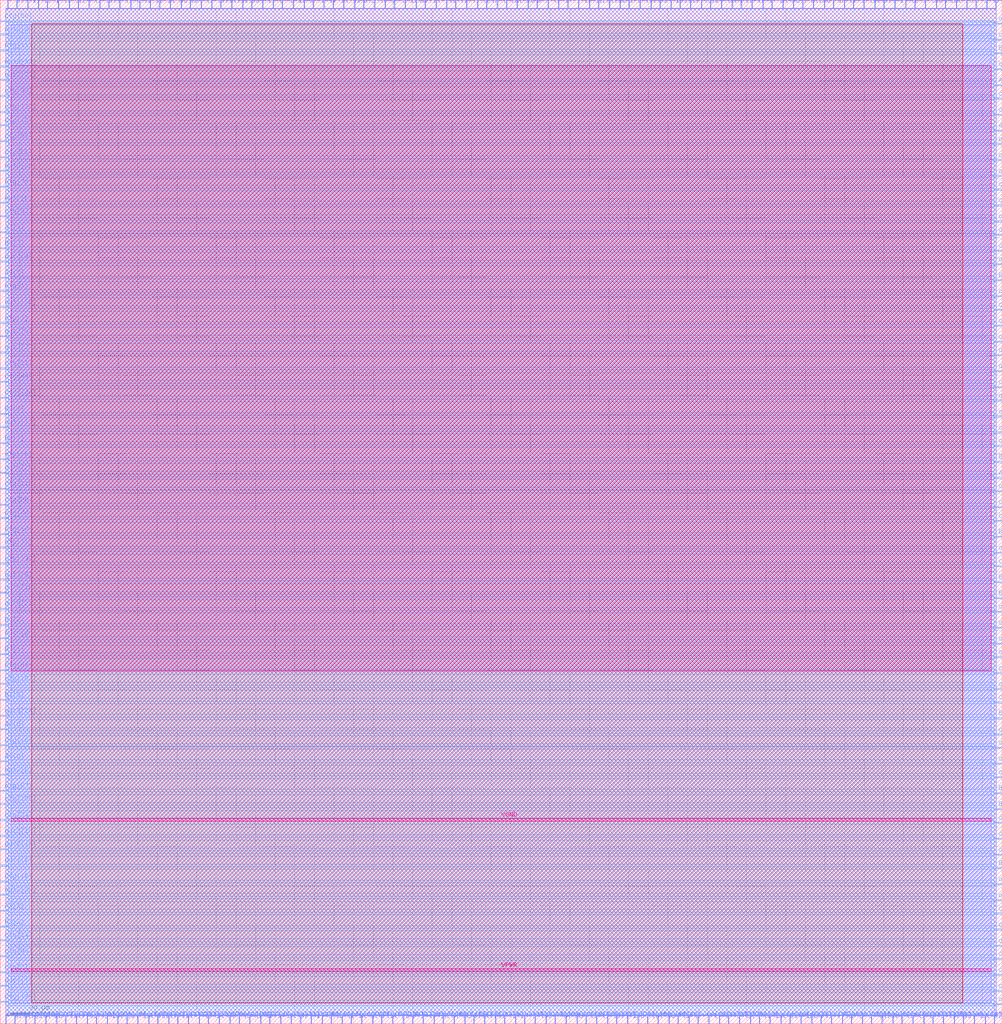
<source format=lef>
VERSION 5.7 ;
  NOWIREEXTENSIONATPIN ON ;
  DIVIDERCHAR "/" ;
  BUSBITCHARS "[]" ;
MACRO mac_cluster
  CLASS BLOCK ;
  FOREIGN mac_cluster ;
  ORIGIN 0.000 0.000 ;
  SIZE 510.265 BY 520.985 ;
  PIN A0[0]
    DIRECTION INPUT ;
    PORT
      LAYER met2 ;
        RECT 256.770 0.000 257.050 4.000 ;
    END
  END A0[0]
  PIN A0[1]
    DIRECTION INPUT ;
    PORT
      LAYER met2 ;
        RECT 190.530 516.985 190.810 520.985 ;
    END
  END A0[1]
  PIN A0[2]
    DIRECTION INPUT ;
    PORT
      LAYER met2 ;
        RECT 386.490 0.000 386.770 4.000 ;
    END
  END A0[2]
  PIN A0[3]
    DIRECTION INPUT ;
    PORT
      LAYER met3 ;
        RECT 506.265 277.480 510.265 278.080 ;
    END
  END A0[3]
  PIN A0[4]
    DIRECTION INPUT ;
    PORT
      LAYER met2 ;
        RECT 490.450 0.000 490.730 4.000 ;
    END
  END A0[4]
  PIN A0[5]
    DIRECTION INPUT ;
    PORT
      LAYER met2 ;
        RECT 429.730 516.985 430.010 520.985 ;
    END
  END A0[5]
  PIN A0[6]
    DIRECTION INPUT ;
    PORT
      LAYER met2 ;
        RECT 206.170 516.985 206.450 520.985 ;
    END
  END A0[6]
  PIN A0[7]
    DIRECTION INPUT ;
    PORT
      LAYER met2 ;
        RECT 189.610 0.000 189.890 4.000 ;
    END
  END A0[7]
  PIN A1[0]
    DIRECTION INPUT ;
    PORT
      LAYER met2 ;
        RECT 180.410 516.985 180.690 520.985 ;
    END
  END A1[0]
  PIN A1[1]
    DIRECTION INPUT ;
    PORT
      LAYER met3 ;
        RECT 506.265 477.400 510.265 478.000 ;
    END
  END A1[1]
  PIN A1[2]
    DIRECTION INPUT ;
    PORT
      LAYER met2 ;
        RECT 268.730 516.985 269.010 520.985 ;
    END
  END A1[2]
  PIN A1[3]
    DIRECTION INPUT ;
    PORT
      LAYER met2 ;
        RECT 294.490 516.985 294.770 520.985 ;
    END
  END A1[3]
  PIN A1[4]
    DIRECTION INPUT ;
    PORT
      LAYER met2 ;
        RECT 64.490 0.000 64.770 4.000 ;
    END
  END A1[4]
  PIN A1[5]
    DIRECTION INPUT ;
    PORT
      LAYER met2 ;
        RECT 19.410 516.985 19.690 520.985 ;
    END
  END A1[5]
  PIN A1[6]
    DIRECTION INPUT ;
    PORT
      LAYER met2 ;
        RECT 173.970 0.000 174.250 4.000 ;
    END
  END A1[6]
  PIN A1[7]
    DIRECTION INPUT ;
    PORT
      LAYER met2 ;
        RECT 278.850 516.985 279.130 520.985 ;
    END
  END A1[7]
  PIN A2[0]
    DIRECTION INPUT ;
    PORT
      LAYER met2 ;
        RECT 461.010 516.985 461.290 520.985 ;
    END
  END A2[0]
  PIN A2[1]
    DIRECTION INPUT ;
    PORT
      LAYER met2 ;
        RECT 246.650 0.000 246.930 4.000 ;
    END
  END A2[1]
  PIN A2[2]
    DIRECTION INPUT ;
    PORT
      LAYER met2 ;
        RECT 101.290 0.000 101.570 4.000 ;
    END
  END A2[2]
  PIN A2[3]
    DIRECTION INPUT ;
    PORT
      LAYER met2 ;
        RECT 132.570 0.000 132.850 4.000 ;
    END
  END A2[3]
  PIN A2[4]
    DIRECTION INPUT ;
    PORT
      LAYER met3 ;
        RECT 0.000 402.600 4.000 403.200 ;
    END
  END A2[4]
  PIN A2[5]
    DIRECTION INPUT ;
    PORT
      LAYER met2 ;
        RECT 205.250 0.000 205.530 4.000 ;
    END
  END A2[5]
  PIN A2[6]
    DIRECTION INPUT ;
    PORT
      LAYER met3 ;
        RECT 0.000 149.640 4.000 150.240 ;
    END
  END A2[6]
  PIN A2[7]
    DIRECTION INPUT ;
    PORT
      LAYER met3 ;
        RECT 506.265 454.280 510.265 454.880 ;
    END
  END A2[7]
  PIN A3[0]
    DIRECTION INPUT ;
    PORT
      LAYER met2 ;
        RECT 242.970 516.985 243.250 520.985 ;
    END
  END A3[0]
  PIN A3[1]
    DIRECTION INPUT ;
    PORT
      LAYER met3 ;
        RECT 0.000 57.160 4.000 57.760 ;
    END
  END A3[1]
  PIN A3[2]
    DIRECTION INPUT ;
    PORT
      LAYER met2 ;
        RECT 476.650 516.985 476.930 520.985 ;
    END
  END A3[2]
  PIN A3[3]
    DIRECTION INPUT ;
    PORT
      LAYER met2 ;
        RECT 211.690 516.985 211.970 520.985 ;
    END
  END A3[3]
  PIN A3[4]
    DIRECTION INPUT ;
    PORT
      LAYER met2 ;
        RECT 428.810 0.000 429.090 4.000 ;
    END
  END A3[4]
  PIN A3[5]
    DIRECTION INPUT ;
    PORT
      LAYER met3 ;
        RECT 0.000 379.480 4.000 380.080 ;
    END
  END A3[5]
  PIN A3[6]
    DIRECTION INPUT ;
    PORT
      LAYER met3 ;
        RECT 0.000 133.320 4.000 133.920 ;
    END
  END A3[6]
  PIN A3[7]
    DIRECTION INPUT ;
    PORT
      LAYER met2 ;
        RECT 70.930 516.985 71.210 520.985 ;
    END
  END A3[7]
  PIN B0[0]
    DIRECTION INPUT ;
    PORT
      LAYER met2 ;
        RECT 345.090 0.000 345.370 4.000 ;
    END
  END B0[0]
  PIN B0[1]
    DIRECTION INPUT ;
    PORT
      LAYER met2 ;
        RECT 137.170 0.000 137.450 4.000 ;
    END
  END B0[1]
  PIN B0[2]
    DIRECTION INPUT ;
    PORT
      LAYER met3 ;
        RECT 0.000 202.680 4.000 203.280 ;
    END
  END B0[2]
  PIN B0[3]
    DIRECTION INPUT ;
    PORT
      LAYER met3 ;
        RECT 0.000 394.440 4.000 395.040 ;
    END
  END B0[3]
  PIN B0[4]
    DIRECTION INPUT ;
    PORT
      LAYER met3 ;
        RECT 506.265 224.440 510.265 225.040 ;
    END
  END B0[4]
  PIN B0[5]
    DIRECTION INPUT ;
    PORT
      LAYER met2 ;
        RECT 231.930 516.985 232.210 520.985 ;
    END
  END B0[5]
  PIN B0[6]
    DIRECTION INPUT ;
    PORT
      LAYER met2 ;
        RECT 76.450 516.985 76.730 520.985 ;
    END
  END B0[6]
  PIN B0[7]
    DIRECTION INPUT ;
    PORT
      LAYER met3 ;
        RECT 0.000 295.160 4.000 295.760 ;
    END
  END B0[7]
  PIN B1[0]
    DIRECTION INPUT ;
    PORT
      LAYER met2 ;
        RECT 149.130 516.985 149.410 520.985 ;
    END
  END B1[0]
  PIN B1[1]
    DIRECTION INPUT ;
    PORT
      LAYER met3 ;
        RECT 506.265 378.120 510.265 378.720 ;
    END
  END B1[1]
  PIN B1[2]
    DIRECTION INPUT ;
    PORT
      LAYER met3 ;
        RECT 506.265 155.080 510.265 155.680 ;
    END
  END B1[2]
  PIN B1[3]
    DIRECTION INPUT ;
    PORT
      LAYER met2 ;
        RECT 168.450 0.000 168.730 4.000 ;
    END
  END B1[3]
  PIN B1[4]
    DIRECTION INPUT ;
    PORT
      LAYER met2 ;
        RECT 382.810 516.985 383.090 520.985 ;
    END
  END B1[4]
  PIN B1[5]
    DIRECTION INPUT ;
    PORT
      LAYER met3 ;
        RECT 0.000 164.600 4.000 165.200 ;
    END
  END B1[5]
  PIN B1[6]
    DIRECTION INPUT ;
    PORT
      LAYER met2 ;
        RECT 159.250 516.985 159.530 520.985 ;
    END
  END B1[6]
  PIN B1[7]
    DIRECTION INPUT ;
    PORT
      LAYER met3 ;
        RECT 506.265 247.560 510.265 248.160 ;
    END
  END B1[7]
  PIN B2[0]
    DIRECTION INPUT ;
    PORT
      LAYER met2 ;
        RECT 127.050 0.000 127.330 4.000 ;
    END
  END B2[0]
  PIN B2[1]
    DIRECTION INPUT ;
    PORT
      LAYER met2 ;
        RECT 413.170 0.000 413.450 4.000 ;
    END
  END B2[1]
  PIN B2[2]
    DIRECTION INPUT ;
    PORT
      LAYER met3 ;
        RECT 0.000 310.120 4.000 310.720 ;
    END
  END B2[2]
  PIN B2[3]
    DIRECTION INPUT ;
    PORT
      LAYER met3 ;
        RECT 506.265 117.000 510.265 117.600 ;
    END
  END B2[3]
  PIN B2[4]
    DIRECTION INPUT ;
    PORT
      LAYER met2 ;
        RECT 164.770 516.985 165.050 520.985 ;
    END
  END B2[4]
  PIN B2[5]
    DIRECTION INPUT ;
    PORT
      LAYER met2 ;
        RECT 24.010 516.985 24.290 520.985 ;
    END
  END B2[5]
  PIN B2[6]
    DIRECTION INPUT ;
    PORT
      LAYER met2 ;
        RECT 215.370 0.000 215.650 4.000 ;
    END
  END B2[6]
  PIN B2[7]
    DIRECTION INPUT ;
    PORT
      LAYER met3 ;
        RECT 506.265 285.640 510.265 286.240 ;
    END
  END B2[7]
  PIN B3[0]
    DIRECTION INPUT ;
    PORT
      LAYER met3 ;
        RECT 506.265 78.920 510.265 79.520 ;
    END
  END B3[0]
  PIN B3[1]
    DIRECTION INPUT ;
    PORT
      LAYER met3 ;
        RECT 0.000 187.720 4.000 188.320 ;
    END
  END B3[1]
  PIN B3[2]
    DIRECTION INPUT ;
    PORT
      LAYER met3 ;
        RECT 0.000 49.000 4.000 49.600 ;
    END
  END B3[2]
  PIN B3[3]
    DIRECTION INPUT ;
    PORT
      LAYER met3 ;
        RECT 506.265 493.720 510.265 494.320 ;
    END
  END B3[3]
  PIN B3[4]
    DIRECTION INPUT ;
    PORT
      LAYER met3 ;
        RECT 506.265 216.280 510.265 216.880 ;
    END
  END B3[4]
  PIN B3[5]
    DIRECTION INPUT ;
    PORT
      LAYER met2 ;
        RECT 29.530 516.985 29.810 520.985 ;
    END
  END B3[5]
  PIN B3[6]
    DIRECTION INPUT ;
    PORT
      LAYER met2 ;
        RECT 506.090 0.000 506.370 4.000 ;
    END
  END B3[6]
  PIN B3[7]
    DIRECTION INPUT ;
    PORT
      LAYER met3 ;
        RECT 506.265 108.840 510.265 109.440 ;
    END
  END B3[7]
  PIN cfg[0]
    DIRECTION INPUT ;
    PORT
      LAYER met2 ;
        RECT 263.210 516.985 263.490 520.985 ;
    END
  END cfg[0]
  PIN cfg[100]
    DIRECTION INPUT ;
    PORT
      LAYER met2 ;
        RECT 142.690 0.000 142.970 4.000 ;
    END
  END cfg[100]
  PIN cfg[101]
    DIRECTION INPUT ;
    PORT
      LAYER met2 ;
        RECT 495.970 0.000 496.250 4.000 ;
    END
  END cfg[101]
  PIN cfg[102]
    DIRECTION INPUT ;
    PORT
      LAYER met2 ;
        RECT 272.410 0.000 272.690 4.000 ;
    END
  END cfg[102]
  PIN cfg[103]
    DIRECTION INPUT ;
    PORT
      LAYER met2 ;
        RECT 50.690 516.985 50.970 520.985 ;
    END
  END cfg[103]
  PIN cfg[104]
    DIRECTION INPUT ;
    PORT
      LAYER met3 ;
        RECT 0.000 318.280 4.000 318.880 ;
    END
  END cfg[104]
  PIN cfg[105]
    DIRECTION INPUT ;
    PORT
      LAYER met3 ;
        RECT 0.000 111.560 4.000 112.160 ;
    END
  END cfg[105]
  PIN cfg[106]
    DIRECTION INPUT ;
    PORT
      LAYER met3 ;
        RECT 506.265 439.320 510.265 439.920 ;
    END
  END cfg[106]
  PIN cfg[107]
    DIRECTION INPUT ;
    PORT
      LAYER met3 ;
        RECT 0.000 172.760 4.000 173.360 ;
    END
  END cfg[107]
  PIN cfg[108]
    DIRECTION INPUT ;
    PORT
      LAYER met2 ;
        RECT 443.530 0.000 443.810 4.000 ;
    END
  END cfg[108]
  PIN cfg[109]
    DIRECTION INPUT ;
    PORT
      LAYER met2 ;
        RECT 112.330 516.985 112.610 520.985 ;
    END
  END cfg[109]
  PIN cfg[10]
    DIRECTION INPUT ;
    PORT
      LAYER met2 ;
        RECT 184.090 0.000 184.370 4.000 ;
    END
  END cfg[10]
  PIN cfg[110]
    DIRECTION INPUT ;
    PORT
      LAYER met3 ;
        RECT 0.000 463.800 4.000 464.400 ;
    END
  END cfg[110]
  PIN cfg[111]
    DIRECTION INPUT ;
    PORT
      LAYER met3 ;
        RECT 0.000 495.080 4.000 495.680 ;
    END
  END cfg[111]
  PIN cfg[112]
    DIRECTION INPUT ;
    PORT
      LAYER met2 ;
        RECT 231.010 0.000 231.290 4.000 ;
    END
  END cfg[112]
  PIN cfg[113]
    DIRECTION INPUT ;
    PORT
      LAYER met3 ;
        RECT 506.265 209.480 510.265 210.080 ;
    END
  END cfg[113]
  PIN cfg[114]
    DIRECTION INPUT ;
    PORT
      LAYER met3 ;
        RECT 506.265 255.720 510.265 256.320 ;
    END
  END cfg[114]
  PIN cfg[115]
    DIRECTION INPUT ;
    PORT
      LAYER met2 ;
        RECT 92.090 516.985 92.370 520.985 ;
    END
  END cfg[115]
  PIN cfg[116]
    DIRECTION INPUT ;
    PORT
      LAYER met3 ;
        RECT 0.000 272.040 4.000 272.640 ;
    END
  END cfg[116]
  PIN cfg[117]
    DIRECTION INPUT ;
    PORT
      LAYER met2 ;
        RECT 439.850 516.985 440.130 520.985 ;
    END
  END cfg[117]
  PIN cfg[118]
    DIRECTION INPUT ;
    PORT
      LAYER met2 ;
        RECT 12.970 0.000 13.250 4.000 ;
    END
  END cfg[118]
  PIN cfg[119]
    DIRECTION INPUT ;
    PORT
      LAYER met2 ;
        RECT 90.250 0.000 90.530 4.000 ;
    END
  END cfg[119]
  PIN cfg[11]
    DIRECTION INPUT ;
    PORT
      LAYER met3 ;
        RECT 0.000 333.240 4.000 333.840 ;
    END
  END cfg[11]
  PIN cfg[120]
    DIRECTION INPUT ;
    PORT
      LAYER met2 ;
        RECT 123.370 516.985 123.650 520.985 ;
    END
  END cfg[120]
  PIN cfg[121]
    DIRECTION INPUT ;
    PORT
      LAYER met3 ;
        RECT 506.265 24.520 510.265 25.120 ;
    END
  END cfg[121]
  PIN cfg[122]
    DIRECTION INPUT ;
    PORT
      LAYER met2 ;
        RECT 105.890 0.000 106.170 4.000 ;
    END
  END cfg[122]
  PIN cfg[123]
    DIRECTION INPUT ;
    PORT
      LAYER met2 ;
        RECT 220.890 0.000 221.170 4.000 ;
    END
  END cfg[123]
  PIN cfg[124]
    DIRECTION INPUT ;
    PORT
      LAYER met3 ;
        RECT 506.265 369.960 510.265 370.560 ;
    END
  END cfg[124]
  PIN cfg[125]
    DIRECTION INPUT ;
    PORT
      LAYER met2 ;
        RECT 35.050 516.985 35.330 520.985 ;
    END
  END cfg[125]
  PIN cfg[126]
    DIRECTION INPUT ;
    PORT
      LAYER met3 ;
        RECT 506.265 262.520 510.265 263.120 ;
    END
  END cfg[126]
  PIN cfg[127]
    DIRECTION INPUT ;
    PORT
      LAYER met2 ;
        RECT 178.570 0.000 178.850 4.000 ;
    END
  END cfg[127]
  PIN cfg[128]
    DIRECTION INPUT ;
    PORT
      LAYER met3 ;
        RECT 0.000 10.920 4.000 11.520 ;
    END
  END cfg[128]
  PIN cfg[129]
    DIRECTION INPUT ;
    PORT
      LAYER met2 ;
        RECT 199.730 0.000 200.010 4.000 ;
    END
  END cfg[129]
  PIN cfg[12]
    DIRECTION INPUT ;
    PORT
      LAYER met3 ;
        RECT 0.000 72.120 4.000 72.720 ;
    END
  END cfg[12]
  PIN cfg[130]
    DIRECTION INPUT ;
    PORT
      LAYER met3 ;
        RECT 0.000 233.960 4.000 234.560 ;
    END
  END cfg[130]
  PIN cfg[131]
    DIRECTION INPUT ;
    PORT
      LAYER met2 ;
        RECT 357.050 516.985 357.330 520.985 ;
    END
  END cfg[131]
  PIN cfg[13]
    DIRECTION INPUT ;
    PORT
      LAYER met2 ;
        RECT 331.290 516.985 331.570 520.985 ;
    END
  END cfg[13]
  PIN cfg[14]
    DIRECTION INPUT ;
    PORT
      LAYER met3 ;
        RECT 0.000 42.200 4.000 42.800 ;
    END
  END cfg[14]
  PIN cfg[15]
    DIRECTION INPUT ;
    PORT
      LAYER met3 ;
        RECT 0.000 457.000 4.000 457.600 ;
    END
  END cfg[15]
  PIN cfg[16]
    DIRECTION INPUT ;
    PORT
      LAYER met3 ;
        RECT 0.000 141.480 4.000 142.080 ;
    END
  END cfg[16]
  PIN cfg[17]
    DIRECTION INPUT ;
    PORT
      LAYER met2 ;
        RECT 300.010 516.985 300.290 520.985 ;
    END
  END cfg[17]
  PIN cfg[18]
    DIRECTION INPUT ;
    PORT
      LAYER met3 ;
        RECT 506.265 363.160 510.265 363.760 ;
    END
  END cfg[18]
  PIN cfg[19]
    DIRECTION INPUT ;
    PORT
      LAYER met3 ;
        RECT 0.000 248.920 4.000 249.520 ;
    END
  END cfg[19]
  PIN cfg[1]
    DIRECTION INPUT ;
    PORT
      LAYER met3 ;
        RECT 0.000 372.680 4.000 373.280 ;
    END
  END cfg[1]
  PIN cfg[20]
    DIRECTION INPUT ;
    PORT
      LAYER met2 ;
        RECT 216.290 516.985 216.570 520.985 ;
    END
  END cfg[20]
  PIN cfg[21]
    DIRECTION INPUT ;
    PORT
      LAYER met3 ;
        RECT 506.265 93.880 510.265 94.480 ;
    END
  END cfg[21]
  PIN cfg[22]
    DIRECTION INPUT ;
    PORT
      LAYER met3 ;
        RECT 506.265 178.200 510.265 178.800 ;
    END
  END cfg[22]
  PIN cfg[23]
    DIRECTION INPUT ;
    PORT
      LAYER met2 ;
        RECT 236.530 0.000 236.810 4.000 ;
    END
  END cfg[23]
  PIN cfg[24]
    DIRECTION INPUT ;
    PORT
      LAYER met3 ;
        RECT 506.265 16.360 510.265 16.960 ;
    END
  END cfg[24]
  PIN cfg[25]
    DIRECTION INPUT ;
    PORT
      LAYER met2 ;
        RECT 501.490 0.000 501.770 4.000 ;
    END
  END cfg[25]
  PIN cfg[26]
    DIRECTION INPUT ;
    PORT
      LAYER met2 ;
        RECT 449.050 0.000 449.330 4.000 ;
    END
  END cfg[26]
  PIN cfg[27]
    DIRECTION INPUT ;
    PORT
      LAYER met2 ;
        RECT 346.010 516.985 346.290 520.985 ;
    END
  END cfg[27]
  PIN cfg[28]
    DIRECTION INPUT ;
    PORT
      LAYER met2 ;
        RECT 445.370 516.985 445.650 520.985 ;
    END
  END cfg[28]
  PIN cfg[29]
    DIRECTION INPUT ;
    PORT
      LAYER met2 ;
        RECT 7.450 0.000 7.730 4.000 ;
    END
  END cfg[29]
  PIN cfg[2]
    DIRECTION INPUT ;
    PORT
      LAYER met3 ;
        RECT 0.000 25.880 4.000 26.480 ;
    END
  END cfg[2]
  PIN cfg[30]
    DIRECTION INPUT ;
    PORT
      LAYER met2 ;
        RECT 397.530 0.000 397.810 4.000 ;
    END
  END cfg[30]
  PIN cfg[31]
    DIRECTION INPUT ;
    PORT
      LAYER met3 ;
        RECT 506.265 323.720 510.265 324.320 ;
    END
  END cfg[31]
  PIN cfg[32]
    DIRECTION INPUT ;
    PORT
      LAYER met2 ;
        RECT 481.250 516.985 481.530 520.985 ;
    END
  END cfg[32]
  PIN cfg[33]
    DIRECTION INPUT ;
    PORT
      LAYER met2 ;
        RECT 257.690 516.985 257.970 520.985 ;
    END
  END cfg[33]
  PIN cfg[34]
    DIRECTION INPUT ;
    PORT
      LAYER met3 ;
        RECT 0.000 103.400 4.000 104.000 ;
    END
  END cfg[34]
  PIN cfg[35]
    DIRECTION INPUT ;
    PORT
      LAYER met2 ;
        RECT 376.370 0.000 376.650 4.000 ;
    END
  END cfg[35]
  PIN cfg[36]
    DIRECTION INPUT ;
    PORT
      LAYER met2 ;
        RECT 334.970 0.000 335.250 4.000 ;
    END
  END cfg[36]
  PIN cfg[37]
    DIRECTION INPUT ;
    PORT
      LAYER met2 ;
        RECT 17.570 0.000 17.850 4.000 ;
    END
  END cfg[37]
  PIN cfg[38]
    DIRECTION INPUT ;
    PORT
      LAYER met3 ;
        RECT 506.265 55.800 510.265 56.400 ;
    END
  END cfg[38]
  PIN cfg[39]
    DIRECTION INPUT ;
    PORT
      LAYER met3 ;
        RECT 506.265 393.080 510.265 393.680 ;
    END
  END cfg[39]
  PIN cfg[3]
    DIRECTION INPUT ;
    PORT
      LAYER met3 ;
        RECT 506.265 470.600 510.265 471.200 ;
    END
  END cfg[3]
  PIN cfg[40]
    DIRECTION INPUT ;
    PORT
      LAYER met2 ;
        RECT 485.850 0.000 486.130 4.000 ;
    END
  END cfg[40]
  PIN cfg[41]
    DIRECTION INPUT ;
    PORT
      LAYER met2 ;
        RECT 86.570 516.985 86.850 520.985 ;
    END
  END cfg[41]
  PIN cfg[42]
    DIRECTION INPUT ;
    PORT
      LAYER met2 ;
        RECT 148.210 0.000 148.490 4.000 ;
    END
  END cfg[42]
  PIN cfg[43]
    DIRECTION INPUT ;
    PORT
      LAYER met2 ;
        RECT 309.210 0.000 309.490 4.000 ;
    END
  END cfg[43]
  PIN cfg[44]
    DIRECTION INPUT ;
    PORT
      LAYER met3 ;
        RECT 506.265 131.960 510.265 132.560 ;
    END
  END cfg[44]
  PIN cfg[45]
    DIRECTION INPUT ;
    PORT
      LAYER met2 ;
        RECT 59.890 0.000 60.170 4.000 ;
    END
  END cfg[45]
  PIN cfg[46]
    DIRECTION INPUT ;
    PORT
      LAYER met3 ;
        RECT 506.265 416.200 510.265 416.800 ;
    END
  END cfg[46]
  PIN cfg[47]
    DIRECTION INPUT ;
    PORT
      LAYER met2 ;
        RECT 408.570 516.985 408.850 520.985 ;
    END
  END cfg[47]
  PIN cfg[48]
    DIRECTION INPUT ;
    PORT
      LAYER met3 ;
        RECT 0.000 326.440 4.000 327.040 ;
    END
  END cfg[48]
  PIN cfg[49]
    DIRECTION INPUT ;
    PORT
      LAYER met2 ;
        RECT 81.050 516.985 81.330 520.985 ;
    END
  END cfg[49]
  PIN cfg[4]
    DIRECTION INPUT ;
    PORT
      LAYER met2 ;
        RECT 174.890 516.985 175.170 520.985 ;
    END
  END cfg[4]
  PIN cfg[50]
    DIRECTION INPUT ;
    PORT
      LAYER met3 ;
        RECT 0.000 510.040 4.000 510.640 ;
    END
  END cfg[50]
  PIN cfg[51]
    DIRECTION INPUT ;
    PORT
      LAYER met2 ;
        RECT 471.130 516.985 471.410 520.985 ;
    END
  END cfg[51]
  PIN cfg[52]
    DIRECTION INPUT ;
    PORT
      LAYER met3 ;
        RECT 0.000 410.760 4.000 411.360 ;
    END
  END cfg[52]
  PIN cfg[53]
    DIRECTION INPUT ;
    PORT
      LAYER met2 ;
        RECT 392.010 0.000 392.290 4.000 ;
    END
  END cfg[53]
  PIN cfg[54]
    DIRECTION INPUT ;
    PORT
      LAYER met3 ;
        RECT 0.000 179.560 4.000 180.160 ;
    END
  END cfg[54]
  PIN cfg[55]
    DIRECTION INPUT ;
    PORT
      LAYER met2 ;
        RECT 241.130 0.000 241.410 4.000 ;
    END
  END cfg[55]
  PIN cfg[56]
    DIRECTION INPUT ;
    PORT
      LAYER met2 ;
        RECT 225.490 0.000 225.770 4.000 ;
    END
  END cfg[56]
  PIN cfg[57]
    DIRECTION INPUT ;
    PORT
      LAYER met2 ;
        RECT 407.650 0.000 407.930 4.000 ;
    END
  END cfg[57]
  PIN cfg[58]
    DIRECTION INPUT ;
    PORT
      LAYER met2 ;
        RECT 392.930 516.985 393.210 520.985 ;
    END
  END cfg[58]
  PIN cfg[59]
    DIRECTION INPUT ;
    PORT
      LAYER met2 ;
        RECT 70.010 0.000 70.290 4.000 ;
    END
  END cfg[59]
  PIN cfg[5]
    DIRECTION INPUT ;
    PORT
      LAYER met2 ;
        RECT 398.450 516.985 398.730 520.985 ;
    END
  END cfg[5]
  PIN cfg[60]
    DIRECTION INPUT ;
    PORT
      LAYER met3 ;
        RECT 506.265 500.520 510.265 501.120 ;
    END
  END cfg[60]
  PIN cfg[61]
    DIRECTION INPUT ;
    PORT
      LAYER met3 ;
        RECT 506.265 300.600 510.265 301.200 ;
    END
  END cfg[61]
  PIN cfg[62]
    DIRECTION INPUT ;
    PORT
      LAYER met2 ;
        RECT 304.610 516.985 304.890 520.985 ;
    END
  END cfg[62]
  PIN cfg[63]
    DIRECTION INPUT ;
    PORT
      LAYER met3 ;
        RECT 506.265 146.920 510.265 147.520 ;
    END
  END cfg[63]
  PIN cfg[64]
    DIRECTION INPUT ;
    PORT
      LAYER met2 ;
        RECT 80.130 0.000 80.410 4.000 ;
    END
  END cfg[64]
  PIN cfg[65]
    DIRECTION INPUT ;
    PORT
      LAYER met3 ;
        RECT 0.000 263.880 4.000 264.480 ;
    END
  END cfg[65]
  PIN cfg[66]
    DIRECTION INPUT ;
    PORT
      LAYER met2 ;
        RECT 107.730 516.985 108.010 520.985 ;
    END
  END cfg[66]
  PIN cfg[67]
    DIRECTION INPUT ;
    PORT
      LAYER met2 ;
        RECT 3.770 516.985 4.050 520.985 ;
    END
  END cfg[67]
  PIN cfg[68]
    DIRECTION INPUT ;
    PORT
      LAYER met2 ;
        RECT 480.330 0.000 480.610 4.000 ;
    END
  END cfg[68]
  PIN cfg[69]
    DIRECTION INPUT ;
    PORT
      LAYER met2 ;
        RECT 329.450 0.000 329.730 4.000 ;
    END
  END cfg[69]
  PIN cfg[6]
    DIRECTION INPUT ;
    PORT
      LAYER met2 ;
        RECT 310.130 516.985 310.410 520.985 ;
    END
  END cfg[6]
  PIN cfg[70]
    DIRECTION INPUT ;
    PORT
      LAYER met2 ;
        RECT 23.090 0.000 23.370 4.000 ;
    END
  END cfg[70]
  PIN cfg[71]
    DIRECTION INPUT ;
    PORT
      LAYER met3 ;
        RECT 506.265 163.240 510.265 163.840 ;
    END
  END cfg[71]
  PIN cfg[72]
    DIRECTION INPUT ;
    PORT
      LAYER met2 ;
        RECT 282.530 0.000 282.810 4.000 ;
    END
  END cfg[72]
  PIN cfg[73]
    DIRECTION INPUT ;
    PORT
      LAYER met3 ;
        RECT 0.000 242.120 4.000 242.720 ;
    END
  END cfg[73]
  PIN cfg[74]
    DIRECTION INPUT ;
    PORT
      LAYER met2 ;
        RECT 169.370 516.985 169.650 520.985 ;
    END
  END cfg[74]
  PIN cfg[75]
    DIRECTION INPUT ;
    PORT
      LAYER met2 ;
        RECT 319.330 0.000 319.610 4.000 ;
    END
  END cfg[75]
  PIN cfg[76]
    DIRECTION INPUT ;
    PORT
      LAYER met3 ;
        RECT 0.000 425.720 4.000 426.320 ;
    END
  END cfg[76]
  PIN cfg[77]
    DIRECTION INPUT ;
    PORT
      LAYER met2 ;
        RECT 194.210 0.000 194.490 4.000 ;
    END
  END cfg[77]
  PIN cfg[78]
    DIRECTION INPUT ;
    PORT
      LAYER met3 ;
        RECT 506.265 32.680 510.265 33.280 ;
    END
  END cfg[78]
  PIN cfg[79]
    DIRECTION INPUT ;
    PORT
      LAYER met2 ;
        RECT 414.090 516.985 414.370 520.985 ;
    END
  END cfg[79]
  PIN cfg[7]
    DIRECTION INPUT ;
    PORT
      LAYER met3 ;
        RECT 0.000 356.360 4.000 356.960 ;
    END
  END cfg[7]
  PIN cfg[80]
    DIRECTION INPUT ;
    PORT
      LAYER met3 ;
        RECT 0.000 471.960 4.000 472.560 ;
    END
  END cfg[80]
  PIN cfg[81]
    DIRECTION INPUT ;
    PORT
      LAYER met2 ;
        RECT 75.530 0.000 75.810 4.000 ;
    END
  END cfg[81]
  PIN cfg[82]
    DIRECTION INPUT ;
    PORT
      LAYER met2 ;
        RECT 33.210 0.000 33.490 4.000 ;
    END
  END cfg[82]
  PIN cfg[83]
    DIRECTION INPUT ;
    PORT
      LAYER met3 ;
        RECT 0.000 440.680 4.000 441.280 ;
    END
  END cfg[83]
  PIN cfg[84]
    DIRECTION INPUT ;
    PORT
      LAYER met2 ;
        RECT 507.010 516.985 507.290 520.985 ;
    END
  END cfg[84]
  PIN cfg[85]
    DIRECTION INPUT ;
    PORT
      LAYER met2 ;
        RECT 367.170 516.985 367.450 520.985 ;
    END
  END cfg[85]
  PIN cfg[86]
    DIRECTION INPUT ;
    PORT
      LAYER met2 ;
        RECT 325.770 516.985 326.050 520.985 ;
    END
  END cfg[86]
  PIN cfg[87]
    DIRECTION INPUT ;
    PORT
      LAYER met3 ;
        RECT 506.265 201.320 510.265 201.920 ;
    END
  END cfg[87]
  PIN cfg[88]
    DIRECTION INPUT ;
    PORT
      LAYER met2 ;
        RECT 341.410 516.985 341.690 520.985 ;
    END
  END cfg[88]
  PIN cfg[89]
    DIRECTION INPUT ;
    PORT
      LAYER met2 ;
        RECT 288.050 0.000 288.330 4.000 ;
    END
  END cfg[89]
  PIN cfg[8]
    DIRECTION INPUT ;
    PORT
      LAYER met3 ;
        RECT 506.265 340.040 510.265 340.640 ;
    END
  END cfg[8]
  PIN cfg[90]
    DIRECTION INPUT ;
    PORT
      LAYER met3 ;
        RECT 0.000 34.040 4.000 34.640 ;
    END
  END cfg[90]
  PIN cfg[91]
    DIRECTION INPUT ;
    PORT
      LAYER met2 ;
        RECT 2.850 0.000 3.130 4.000 ;
    END
  END cfg[91]
  PIN cfg[92]
    DIRECTION INPUT ;
    PORT
      LAYER met3 ;
        RECT 0.000 448.840 4.000 449.440 ;
    END
  END cfg[92]
  PIN cfg[93]
    DIRECTION INPUT ;
    PORT
      LAYER met2 ;
        RECT 111.410 0.000 111.690 4.000 ;
    END
  END cfg[93]
  PIN cfg[94]
    DIRECTION INPUT ;
    PORT
      LAYER met2 ;
        RECT 54.370 0.000 54.650 4.000 ;
    END
  END cfg[94]
  PIN cfg[95]
    DIRECTION INPUT ;
    PORT
      LAYER met2 ;
        RECT 117.850 516.985 118.130 520.985 ;
    END
  END cfg[95]
  PIN cfg[96]
    DIRECTION INPUT ;
    PORT
      LAYER met3 ;
        RECT 506.265 102.040 510.265 102.640 ;
    END
  END cfg[96]
  PIN cfg[97]
    DIRECTION INPUT ;
    PORT
      LAYER met3 ;
        RECT 0.000 118.360 4.000 118.960 ;
    END
  END cfg[97]
  PIN cfg[98]
    DIRECTION INPUT ;
    PORT
      LAYER met3 ;
        RECT 0.000 287.000 4.000 287.600 ;
    END
  END cfg[98]
  PIN cfg[99]
    DIRECTION INPUT ;
    PORT
      LAYER met3 ;
        RECT 0.000 257.080 4.000 257.680 ;
    END
  END cfg[99]
  PIN cfg[9]
    DIRECTION INPUT ;
    PORT
      LAYER met3 ;
        RECT 506.265 424.360 510.265 424.960 ;
    END
  END cfg[9]
  PIN clk
    DIRECTION INPUT ;
    PORT
      LAYER met2 ;
        RECT 486.770 516.985 487.050 520.985 ;
    END
  END clk
  PIN cset
    DIRECTION INPUT ;
    PORT
      LAYER met3 ;
        RECT 506.265 232.600 510.265 233.200 ;
    END
  END cset
  PIN en
    DIRECTION INPUT ;
    PORT
      LAYER met2 ;
        RECT 284.370 516.985 284.650 520.985 ;
    END
  END en
  PIN out0[0]
    DIRECTION OUTPUT TRISTATE ;
    PORT
      LAYER met2 ;
        RECT 38.730 0.000 39.010 4.000 ;
    END
  END out0[0]
  PIN out0[10]
    DIRECTION OUTPUT TRISTATE ;
    PORT
      LAYER met2 ;
        RECT 424.210 516.985 424.490 520.985 ;
    END
  END out0[10]
  PIN out0[11]
    DIRECTION OUTPUT TRISTATE ;
    PORT
      LAYER met3 ;
        RECT 506.265 270.680 510.265 271.280 ;
    END
  END out0[11]
  PIN out0[12]
    DIRECTION OUTPUT TRISTATE ;
    PORT
      LAYER met3 ;
        RECT 506.265 431.160 510.265 431.760 ;
    END
  END out0[12]
  PIN out0[13]
    DIRECTION OUTPUT TRISTATE ;
    PORT
      LAYER met3 ;
        RECT 506.265 308.760 510.265 309.360 ;
    END
  END out0[13]
  PIN out0[14]
    DIRECTION OUTPUT TRISTATE ;
    PORT
      LAYER met3 ;
        RECT 506.265 125.160 510.265 125.760 ;
    END
  END out0[14]
  PIN out0[15]
    DIRECTION OUTPUT TRISTATE ;
    PORT
      LAYER met2 ;
        RECT 185.010 516.985 185.290 520.985 ;
    END
  END out0[15]
  PIN out0[16]
    DIRECTION OUTPUT TRISTATE ;
    PORT
      LAYER met2 ;
        RECT 143.610 516.985 143.890 520.985 ;
    END
  END out0[16]
  PIN out0[17]
    DIRECTION OUTPUT TRISTATE ;
    PORT
      LAYER met2 ;
        RECT 127.970 516.985 128.250 520.985 ;
    END
  END out0[17]
  PIN out0[18]
    DIRECTION OUTPUT TRISTATE ;
    PORT
      LAYER met3 ;
        RECT 0.000 219.000 4.000 219.600 ;
    END
  END out0[18]
  PIN out0[19]
    DIRECTION OUTPUT TRISTATE ;
    PORT
      LAYER met2 ;
        RECT 423.290 0.000 423.570 4.000 ;
    END
  END out0[19]
  PIN out0[1]
    DIRECTION OUTPUT TRISTATE ;
    PORT
      LAYER met3 ;
        RECT 506.265 346.840 510.265 347.440 ;
    END
  END out0[1]
  PIN out0[20]
    DIRECTION OUTPUT TRISTATE ;
    PORT
      LAYER met3 ;
        RECT 0.000 195.880 4.000 196.480 ;
    END
  END out0[20]
  PIN out0[21]
    DIRECTION OUTPUT TRISTATE ;
    PORT
      LAYER met2 ;
        RECT 340.490 0.000 340.770 4.000 ;
    END
  END out0[21]
  PIN out0[22]
    DIRECTION OUTPUT TRISTATE ;
    PORT
      LAYER met2 ;
        RECT 433.410 0.000 433.690 4.000 ;
    END
  END out0[22]
  PIN out0[23]
    DIRECTION OUTPUT TRISTATE ;
    PORT
      LAYER met2 ;
        RECT 355.210 0.000 355.490 4.000 ;
    END
  END out0[23]
  PIN out0[24]
    DIRECTION OUTPUT TRISTATE ;
    PORT
      LAYER met2 ;
        RECT 227.330 516.985 227.610 520.985 ;
    END
  END out0[24]
  PIN out0[25]
    DIRECTION OUTPUT TRISTATE ;
    PORT
      LAYER met2 ;
        RECT 388.330 516.985 388.610 520.985 ;
    END
  END out0[25]
  PIN out0[26]
    DIRECTION OUTPUT TRISTATE ;
    PORT
      LAYER met3 ;
        RECT 506.265 408.040 510.265 408.640 ;
    END
  END out0[26]
  PIN out0[27]
    DIRECTION OUTPUT TRISTATE ;
    PORT
      LAYER met3 ;
        RECT 506.265 462.440 510.265 463.040 ;
    END
  END out0[27]
  PIN out0[28]
    DIRECTION OUTPUT TRISTATE ;
    PORT
      LAYER met2 ;
        RECT 55.290 516.985 55.570 520.985 ;
    END
  END out0[28]
  PIN out0[29]
    DIRECTION OUTPUT TRISTATE ;
    PORT
      LAYER met3 ;
        RECT 506.265 331.880 510.265 332.480 ;
    END
  END out0[29]
  PIN out0[2]
    DIRECTION OUTPUT TRISTATE ;
    PORT
      LAYER met2 ;
        RECT 465.610 516.985 465.890 520.985 ;
    END
  END out0[2]
  PIN out0[30]
    DIRECTION OUTPUT TRISTATE ;
    PORT
      LAYER met3 ;
        RECT 0.000 280.200 4.000 280.800 ;
    END
  END out0[30]
  PIN out0[31]
    DIRECTION OUTPUT TRISTATE ;
    PORT
      LAYER met3 ;
        RECT 0.000 210.840 4.000 211.440 ;
    END
  END out0[31]
  PIN out0[3]
    DIRECTION OUTPUT TRISTATE ;
    PORT
      LAYER met2 ;
        RECT 44.250 0.000 44.530 4.000 ;
    END
  END out0[3]
  PIN out0[4]
    DIRECTION OUTPUT TRISTATE ;
    PORT
      LAYER met3 ;
        RECT 506.265 39.480 510.265 40.080 ;
    END
  END out0[4]
  PIN out0[5]
    DIRECTION OUTPUT TRISTATE ;
    PORT
      LAYER met3 ;
        RECT 506.265 386.280 510.265 386.880 ;
    END
  END out0[5]
  PIN out0[6]
    DIRECTION OUTPUT TRISTATE ;
    PORT
      LAYER met2 ;
        RECT 351.530 516.985 351.810 520.985 ;
    END
  END out0[6]
  PIN out0[7]
    DIRECTION OUTPUT TRISTATE ;
    PORT
      LAYER met3 ;
        RECT 506.265 316.920 510.265 317.520 ;
    END
  END out0[7]
  PIN out0[8]
    DIRECTION OUTPUT TRISTATE ;
    PORT
      LAYER met3 ;
        RECT 0.000 387.640 4.000 388.240 ;
    END
  END out0[8]
  PIN out0[9]
    DIRECTION OUTPUT TRISTATE ;
    PORT
      LAYER met2 ;
        RECT 496.890 516.985 497.170 520.985 ;
    END
  END out0[9]
  PIN out1[0]
    DIRECTION OUTPUT TRISTATE ;
    PORT
      LAYER met2 ;
        RECT 335.890 516.985 336.170 520.985 ;
    END
  END out1[0]
  PIN out1[10]
    DIRECTION OUTPUT TRISTATE ;
    PORT
      LAYER met3 ;
        RECT 506.265 355.000 510.265 355.600 ;
    END
  END out1[10]
  PIN out1[11]
    DIRECTION OUTPUT TRISTATE ;
    PORT
      LAYER met3 ;
        RECT 506.265 447.480 510.265 448.080 ;
    END
  END out1[11]
  PIN out1[12]
    DIRECTION OUTPUT TRISTATE ;
    PORT
      LAYER met2 ;
        RECT 152.810 0.000 153.090 4.000 ;
    END
  END out1[12]
  PIN out1[13]
    DIRECTION OUTPUT TRISTATE ;
    PORT
      LAYER met2 ;
        RECT 366.250 0.000 366.530 4.000 ;
    END
  END out1[13]
  PIN out1[14]
    DIRECTION OUTPUT TRISTATE ;
    PORT
      LAYER met2 ;
        RECT 45.170 516.985 45.450 520.985 ;
    END
  END out1[14]
  PIN out1[15]
    DIRECTION OUTPUT TRISTATE ;
    PORT
      LAYER met2 ;
        RECT 315.650 516.985 315.930 520.985 ;
    END
  END out1[15]
  PIN out1[16]
    DIRECTION OUTPUT TRISTATE ;
    PORT
      LAYER met2 ;
        RECT 209.850 0.000 210.130 4.000 ;
    END
  END out1[16]
  PIN out1[17]
    DIRECTION OUTPUT TRISTATE ;
    PORT
      LAYER met3 ;
        RECT 506.265 193.160 510.265 193.760 ;
    END
  END out1[17]
  PIN out1[18]
    DIRECTION OUTPUT TRISTATE ;
    PORT
      LAYER met2 ;
        RECT 39.650 516.985 39.930 520.985 ;
    END
  END out1[18]
  PIN out1[19]
    DIRECTION OUTPUT TRISTATE ;
    PORT
      LAYER met2 ;
        RECT 163.850 0.000 164.130 4.000 ;
    END
  END out1[19]
  PIN out1[1]
    DIRECTION OUTPUT TRISTATE ;
    PORT
      LAYER met2 ;
        RECT 438.930 0.000 439.210 4.000 ;
    END
  END out1[1]
  PIN out1[20]
    DIRECTION OUTPUT TRISTATE ;
    PORT
      LAYER met3 ;
        RECT 506.265 485.560 510.265 486.160 ;
    END
  END out1[20]
  PIN out1[21]
    DIRECTION OUTPUT TRISTATE ;
    PORT
      LAYER met2 ;
        RECT 434.330 516.985 434.610 520.985 ;
    END
  END out1[21]
  PIN out1[22]
    DIRECTION OUTPUT TRISTATE ;
    PORT
      LAYER met2 ;
        RECT 116.930 0.000 117.210 4.000 ;
    END
  END out1[22]
  PIN out1[23]
    DIRECTION OUTPUT TRISTATE ;
    PORT
      LAYER met2 ;
        RECT 48.850 0.000 49.130 4.000 ;
    END
  END out1[23]
  PIN out1[24]
    DIRECTION OUTPUT TRISTATE ;
    PORT
      LAYER met2 ;
        RECT 133.490 516.985 133.770 520.985 ;
    END
  END out1[24]
  PIN out1[25]
    DIRECTION OUTPUT TRISTATE ;
    PORT
      LAYER met2 ;
        RECT 121.530 0.000 121.810 4.000 ;
    END
  END out1[25]
  PIN out1[26]
    DIRECTION OUTPUT TRISTATE ;
    PORT
      LAYER met2 ;
        RECT 293.570 0.000 293.850 4.000 ;
    END
  END out1[26]
  PIN out1[27]
    DIRECTION OUTPUT TRISTATE ;
    PORT
      LAYER met2 ;
        RECT 492.290 516.985 492.570 520.985 ;
    END
  END out1[27]
  PIN out1[28]
    DIRECTION OUTPUT TRISTATE ;
    PORT
      LAYER met3 ;
        RECT 506.265 170.040 510.265 170.640 ;
    END
  END out1[28]
  PIN out1[29]
    DIRECTION OUTPUT TRISTATE ;
    PORT
      LAYER met2 ;
        RECT 459.170 0.000 459.450 4.000 ;
    END
  END out1[29]
  PIN out1[2]
    DIRECTION OUTPUT TRISTATE ;
    PORT
      LAYER met3 ;
        RECT 0.000 80.280 4.000 80.880 ;
    END
  END out1[2]
  PIN out1[30]
    DIRECTION OUTPUT TRISTATE ;
    PORT
      LAYER met2 ;
        RECT 474.810 0.000 475.090 4.000 ;
    END
  END out1[30]
  PIN out1[31]
    DIRECTION OUTPUT TRISTATE ;
    PORT
      LAYER met2 ;
        RECT 13.890 516.985 14.170 520.985 ;
    END
  END out1[31]
  PIN out1[3]
    DIRECTION OUTPUT TRISTATE ;
    PORT
      LAYER met3 ;
        RECT 506.265 70.760 510.265 71.360 ;
    END
  END out1[3]
  PIN out1[4]
    DIRECTION OUTPUT TRISTATE ;
    PORT
      LAYER met2 ;
        RECT 266.890 0.000 267.170 4.000 ;
    END
  END out1[4]
  PIN out1[5]
    DIRECTION OUTPUT TRISTATE ;
    PORT
      LAYER met3 ;
        RECT 0.000 19.080 4.000 19.680 ;
    END
  END out1[5]
  PIN out1[6]
    DIRECTION OUTPUT TRISTATE ;
    PORT
      LAYER met3 ;
        RECT 0.000 225.800 4.000 226.400 ;
    END
  END out1[6]
  PIN out1[7]
    DIRECTION OUTPUT TRISTATE ;
    PORT
      LAYER met3 ;
        RECT 506.265 186.360 510.265 186.960 ;
    END
  END out1[7]
  PIN out1[8]
    DIRECTION OUTPUT TRISTATE ;
    PORT
      LAYER met2 ;
        RECT 221.810 516.985 222.090 520.985 ;
    END
  END out1[8]
  PIN out1[9]
    DIRECTION OUTPUT TRISTATE ;
    PORT
      LAYER met2 ;
        RECT 139.010 516.985 139.290 520.985 ;
    END
  END out1[9]
  PIN out2[0]
    DIRECTION OUTPUT TRISTATE ;
    PORT
      LAYER met3 ;
        RECT 0.000 349.560 4.000 350.160 ;
    END
  END out2[0]
  PIN out2[10]
    DIRECTION OUTPUT TRISTATE ;
    PORT
      LAYER met3 ;
        RECT 0.000 95.240 4.000 95.840 ;
    END
  END out2[10]
  PIN out2[11]
    DIRECTION OUTPUT TRISTATE ;
    PORT
      LAYER met2 ;
        RECT 102.210 516.985 102.490 520.985 ;
    END
  END out2[11]
  PIN out2[12]
    DIRECTION OUTPUT TRISTATE ;
    PORT
      LAYER met3 ;
        RECT 506.265 140.120 510.265 140.720 ;
    END
  END out2[12]
  PIN out2[13]
    DIRECTION OUTPUT TRISTATE ;
    PORT
      LAYER met3 ;
        RECT 0.000 88.440 4.000 89.040 ;
    END
  END out2[13]
  PIN out2[14]
    DIRECTION OUTPUT TRISTATE ;
    PORT
      LAYER met2 ;
        RECT 298.170 0.000 298.450 4.000 ;
    END
  END out2[14]
  PIN out2[15]
    DIRECTION OUTPUT TRISTATE ;
    PORT
      LAYER met2 ;
        RECT 253.090 516.985 253.370 520.985 ;
    END
  END out2[15]
  PIN out2[16]
    DIRECTION OUTPUT TRISTATE ;
    PORT
      LAYER met2 ;
        RECT 320.250 516.985 320.530 520.985 ;
    END
  END out2[16]
  PIN out2[17]
    DIRECTION OUTPUT TRISTATE ;
    PORT
      LAYER met2 ;
        RECT 454.570 0.000 454.850 4.000 ;
    END
  END out2[17]
  PIN out2[18]
    DIRECTION OUTPUT TRISTATE ;
    PORT
      LAYER met3 ;
        RECT 506.265 401.240 510.265 401.840 ;
    END
  END out2[18]
  PIN out2[19]
    DIRECTION OUTPUT TRISTATE ;
    PORT
      LAYER met2 ;
        RECT 85.650 0.000 85.930 4.000 ;
    END
  END out2[19]
  PIN out2[1]
    DIRECTION OUTPUT TRISTATE ;
    PORT
      LAYER met2 ;
        RECT 402.130 0.000 402.410 4.000 ;
    END
  END out2[1]
  PIN out2[20]
    DIRECTION OUTPUT TRISTATE ;
    PORT
      LAYER met2 ;
        RECT 154.650 516.985 154.930 520.985 ;
    END
  END out2[20]
  PIN out2[21]
    DIRECTION OUTPUT TRISTATE ;
    PORT
      LAYER met2 ;
        RECT 360.730 0.000 361.010 4.000 ;
    END
  END out2[21]
  PIN out2[22]
    DIRECTION OUTPUT TRISTATE ;
    PORT
      LAYER met3 ;
        RECT 506.265 508.680 510.265 509.280 ;
    END
  END out2[22]
  PIN out2[23]
    DIRECTION OUTPUT TRISTATE ;
    PORT
      LAYER met3 ;
        RECT 0.000 480.120 4.000 480.720 ;
    END
  END out2[23]
  PIN out2[24]
    DIRECTION OUTPUT TRISTATE ;
    PORT
      LAYER met3 ;
        RECT 506.265 239.400 510.265 240.000 ;
    END
  END out2[24]
  PIN out2[25]
    DIRECTION OUTPUT TRISTATE ;
    PORT
      LAYER met3 ;
        RECT 0.000 433.880 4.000 434.480 ;
    END
  END out2[25]
  PIN out2[26]
    DIRECTION OUTPUT TRISTATE ;
    PORT
      LAYER met3 ;
        RECT 506.265 47.640 510.265 48.240 ;
    END
  END out2[26]
  PIN out2[27]
    DIRECTION OUTPUT TRISTATE ;
    PORT
      LAYER met3 ;
        RECT 0.000 341.400 4.000 342.000 ;
    END
  END out2[27]
  PIN out2[28]
    DIRECTION OUTPUT TRISTATE ;
    PORT
      LAYER met2 ;
        RECT 455.490 516.985 455.770 520.985 ;
    END
  END out2[28]
  PIN out2[29]
    DIRECTION OUTPUT TRISTATE ;
    PORT
      LAYER met3 ;
        RECT 0.000 503.240 4.000 503.840 ;
    END
  END out2[29]
  PIN out2[2]
    DIRECTION OUTPUT TRISTATE ;
    PORT
      LAYER met2 ;
        RECT 247.570 516.985 247.850 520.985 ;
    END
  END out2[2]
  PIN out2[30]
    DIRECTION OUTPUT TRISTATE ;
    PORT
      LAYER met3 ;
        RECT 0.000 65.320 4.000 65.920 ;
    END
  END out2[30]
  PIN out2[31]
    DIRECTION OUTPUT TRISTATE ;
    PORT
      LAYER met3 ;
        RECT 0.000 303.320 4.000 303.920 ;
    END
  END out2[31]
  PIN out2[3]
    DIRECTION OUTPUT TRISTATE ;
    PORT
      LAYER met2 ;
        RECT 66.330 516.985 66.610 520.985 ;
    END
  END out2[3]
  PIN out2[4]
    DIRECTION OUTPUT TRISTATE ;
    PORT
      LAYER met2 ;
        RECT 403.970 516.985 404.250 520.985 ;
    END
  END out2[4]
  PIN out2[5]
    DIRECTION OUTPUT TRISTATE ;
    PORT
      LAYER met2 ;
        RECT 196.050 516.985 196.330 520.985 ;
    END
  END out2[5]
  PIN out2[6]
    DIRECTION OUTPUT TRISTATE ;
    PORT
      LAYER met2 ;
        RECT 158.330 0.000 158.610 4.000 ;
    END
  END out2[6]
  PIN out2[7]
    DIRECTION OUTPUT TRISTATE ;
    PORT
      LAYER met2 ;
        RECT 200.650 516.985 200.930 520.985 ;
    END
  END out2[7]
  PIN out2[8]
    DIRECTION OUTPUT TRISTATE ;
    PORT
      LAYER met3 ;
        RECT 0.000 126.520 4.000 127.120 ;
    END
  END out2[8]
  PIN out2[9]
    DIRECTION OUTPUT TRISTATE ;
    PORT
      LAYER met3 ;
        RECT 506.265 62.600 510.265 63.200 ;
    END
  END out2[9]
  PIN out3[0]
    DIRECTION OUTPUT TRISTATE ;
    PORT
      LAYER met2 ;
        RECT 252.170 0.000 252.450 4.000 ;
    END
  END out3[0]
  PIN out3[10]
    DIRECTION OUTPUT TRISTATE ;
    PORT
      LAYER met2 ;
        RECT 449.970 516.985 450.250 520.985 ;
    END
  END out3[10]
  PIN out3[11]
    DIRECTION OUTPUT TRISTATE ;
    PORT
      LAYER met2 ;
        RECT 288.970 516.985 289.250 520.985 ;
    END
  END out3[11]
  PIN out3[12]
    DIRECTION OUTPUT TRISTATE ;
    PORT
      LAYER met2 ;
        RECT 361.650 516.985 361.930 520.985 ;
    END
  END out3[12]
  PIN out3[13]
    DIRECTION OUTPUT TRISTATE ;
    PORT
      LAYER met2 ;
        RECT 470.210 0.000 470.490 4.000 ;
    END
  END out3[13]
  PIN out3[14]
    DIRECTION OUTPUT TRISTATE ;
    PORT
      LAYER met3 ;
        RECT 0.000 486.920 4.000 487.520 ;
    END
  END out3[14]
  PIN out3[15]
    DIRECTION OUTPUT TRISTATE ;
    PORT
      LAYER met3 ;
        RECT 506.265 293.800 510.265 294.400 ;
    END
  END out3[15]
  PIN out3[16]
    DIRECTION OUTPUT TRISTATE ;
    PORT
      LAYER met2 ;
        RECT 324.850 0.000 325.130 4.000 ;
    END
  END out3[16]
  PIN out3[17]
    DIRECTION OUTPUT TRISTATE ;
    PORT
      LAYER met2 ;
        RECT 370.850 0.000 371.130 4.000 ;
    END
  END out3[17]
  PIN out3[18]
    DIRECTION OUTPUT TRISTATE ;
    PORT
      LAYER met2 ;
        RECT 372.690 516.985 372.970 520.985 ;
    END
  END out3[18]
  PIN out3[19]
    DIRECTION OUTPUT TRISTATE ;
    PORT
      LAYER met2 ;
        RECT 96.690 516.985 96.970 520.985 ;
    END
  END out3[19]
  PIN out3[1]
    DIRECTION OUTPUT TRISTATE ;
    PORT
      LAYER met2 ;
        RECT 60.810 516.985 61.090 520.985 ;
    END
  END out3[1]
  PIN out3[20]
    DIRECTION OUTPUT TRISTATE ;
    PORT
      LAYER met2 ;
        RECT 262.290 0.000 262.570 4.000 ;
    END
  END out3[20]
  PIN out3[21]
    DIRECTION OUTPUT TRISTATE ;
    PORT
      LAYER met2 ;
        RECT 303.690 0.000 303.970 4.000 ;
    END
  END out3[21]
  PIN out3[22]
    DIRECTION OUTPUT TRISTATE ;
    PORT
      LAYER met2 ;
        RECT 277.930 0.000 278.210 4.000 ;
    END
  END out3[22]
  PIN out3[23]
    DIRECTION OUTPUT TRISTATE ;
    PORT
      LAYER met2 ;
        RECT 273.330 516.985 273.610 520.985 ;
    END
  END out3[23]
  PIN out3[24]
    DIRECTION OUTPUT TRISTATE ;
    PORT
      LAYER met3 ;
        RECT 0.000 156.440 4.000 157.040 ;
    END
  END out3[24]
  PIN out3[25]
    DIRECTION OUTPUT TRISTATE ;
    PORT
      LAYER met3 ;
        RECT 506.265 85.720 510.265 86.320 ;
    END
  END out3[25]
  PIN out3[26]
    DIRECTION OUTPUT TRISTATE ;
    PORT
      LAYER met2 ;
        RECT 464.690 0.000 464.970 4.000 ;
    END
  END out3[26]
  PIN out3[27]
    DIRECTION OUTPUT TRISTATE ;
    PORT
      LAYER met2 ;
        RECT 8.370 516.985 8.650 520.985 ;
    END
  END out3[27]
  PIN out3[28]
    DIRECTION OUTPUT TRISTATE ;
    PORT
      LAYER met2 ;
        RECT 377.290 516.985 377.570 520.985 ;
    END
  END out3[28]
  PIN out3[29]
    DIRECTION OUTPUT TRISTATE ;
    PORT
      LAYER met2 ;
        RECT 419.610 516.985 419.890 520.985 ;
    END
  END out3[29]
  PIN out3[2]
    DIRECTION OUTPUT TRISTATE ;
    PORT
      LAYER met2 ;
        RECT 381.890 0.000 382.170 4.000 ;
    END
  END out3[2]
  PIN out3[30]
    DIRECTION OUTPUT TRISTATE ;
    PORT
      LAYER met3 ;
        RECT 0.000 364.520 4.000 365.120 ;
    END
  END out3[30]
  PIN out3[31]
    DIRECTION OUTPUT TRISTATE ;
    PORT
      LAYER met2 ;
        RECT 95.770 0.000 96.050 4.000 ;
    END
  END out3[31]
  PIN out3[3]
    DIRECTION OUTPUT TRISTATE ;
    PORT
      LAYER met2 ;
        RECT 313.810 0.000 314.090 4.000 ;
    END
  END out3[3]
  PIN out3[4]
    DIRECTION OUTPUT TRISTATE ;
    PORT
      LAYER met2 ;
        RECT 28.610 0.000 28.890 4.000 ;
    END
  END out3[4]
  PIN out3[5]
    DIRECTION OUTPUT TRISTATE ;
    PORT
      LAYER met2 ;
        RECT 237.450 516.985 237.730 520.985 ;
    END
  END out3[5]
  PIN out3[6]
    DIRECTION OUTPUT TRISTATE ;
    PORT
      LAYER met2 ;
        RECT 417.770 0.000 418.050 4.000 ;
    END
  END out3[6]
  PIN out3[7]
    DIRECTION OUTPUT TRISTATE ;
    PORT
      LAYER met3 ;
        RECT 506.265 9.560 510.265 10.160 ;
    END
  END out3[7]
  PIN out3[8]
    DIRECTION OUTPUT TRISTATE ;
    PORT
      LAYER met3 ;
        RECT 0.000 417.560 4.000 418.160 ;
    END
  END out3[8]
  PIN out3[9]
    DIRECTION OUTPUT TRISTATE ;
    PORT
      LAYER met2 ;
        RECT 502.410 516.985 502.690 520.985 ;
    END
  END out3[9]
  PIN rst
    DIRECTION INPUT ;
    PORT
      LAYER met2 ;
        RECT 350.610 0.000 350.890 4.000 ;
    END
  END rst
  PIN VPWR
    DIRECTION INPUT ;
    USE POWER ;
    PORT
      LAYER met5 ;
        RECT 5.520 26.490 504.620 28.090 ;
    END
  END VPWR
  PIN VGND
    DIRECTION INPUT ;
    USE GROUND ;
    PORT
      LAYER met5 ;
        RECT 5.520 103.080 504.620 104.680 ;
    END
  END VGND
  OBS
      LAYER li1 ;
        RECT 5.520 10.795 504.620 508.725 ;
      LAYER met1 ;
        RECT 2.830 4.460 507.310 516.760 ;
      LAYER met2 ;
        RECT 2.860 516.705 3.490 516.985 ;
        RECT 4.330 516.705 8.090 516.985 ;
        RECT 8.930 516.705 13.610 516.985 ;
        RECT 14.450 516.705 19.130 516.985 ;
        RECT 19.970 516.705 23.730 516.985 ;
        RECT 24.570 516.705 29.250 516.985 ;
        RECT 30.090 516.705 34.770 516.985 ;
        RECT 35.610 516.705 39.370 516.985 ;
        RECT 40.210 516.705 44.890 516.985 ;
        RECT 45.730 516.705 50.410 516.985 ;
        RECT 51.250 516.705 55.010 516.985 ;
        RECT 55.850 516.705 60.530 516.985 ;
        RECT 61.370 516.705 66.050 516.985 ;
        RECT 66.890 516.705 70.650 516.985 ;
        RECT 71.490 516.705 76.170 516.985 ;
        RECT 77.010 516.705 80.770 516.985 ;
        RECT 81.610 516.705 86.290 516.985 ;
        RECT 87.130 516.705 91.810 516.985 ;
        RECT 92.650 516.705 96.410 516.985 ;
        RECT 97.250 516.705 101.930 516.985 ;
        RECT 102.770 516.705 107.450 516.985 ;
        RECT 108.290 516.705 112.050 516.985 ;
        RECT 112.890 516.705 117.570 516.985 ;
        RECT 118.410 516.705 123.090 516.985 ;
        RECT 123.930 516.705 127.690 516.985 ;
        RECT 128.530 516.705 133.210 516.985 ;
        RECT 134.050 516.705 138.730 516.985 ;
        RECT 139.570 516.705 143.330 516.985 ;
        RECT 144.170 516.705 148.850 516.985 ;
        RECT 149.690 516.705 154.370 516.985 ;
        RECT 155.210 516.705 158.970 516.985 ;
        RECT 159.810 516.705 164.490 516.985 ;
        RECT 165.330 516.705 169.090 516.985 ;
        RECT 169.930 516.705 174.610 516.985 ;
        RECT 175.450 516.705 180.130 516.985 ;
        RECT 180.970 516.705 184.730 516.985 ;
        RECT 185.570 516.705 190.250 516.985 ;
        RECT 191.090 516.705 195.770 516.985 ;
        RECT 196.610 516.705 200.370 516.985 ;
        RECT 201.210 516.705 205.890 516.985 ;
        RECT 206.730 516.705 211.410 516.985 ;
        RECT 212.250 516.705 216.010 516.985 ;
        RECT 216.850 516.705 221.530 516.985 ;
        RECT 222.370 516.705 227.050 516.985 ;
        RECT 227.890 516.705 231.650 516.985 ;
        RECT 232.490 516.705 237.170 516.985 ;
        RECT 238.010 516.705 242.690 516.985 ;
        RECT 243.530 516.705 247.290 516.985 ;
        RECT 248.130 516.705 252.810 516.985 ;
        RECT 253.650 516.705 257.410 516.985 ;
        RECT 258.250 516.705 262.930 516.985 ;
        RECT 263.770 516.705 268.450 516.985 ;
        RECT 269.290 516.705 273.050 516.985 ;
        RECT 273.890 516.705 278.570 516.985 ;
        RECT 279.410 516.705 284.090 516.985 ;
        RECT 284.930 516.705 288.690 516.985 ;
        RECT 289.530 516.705 294.210 516.985 ;
        RECT 295.050 516.705 299.730 516.985 ;
        RECT 300.570 516.705 304.330 516.985 ;
        RECT 305.170 516.705 309.850 516.985 ;
        RECT 310.690 516.705 315.370 516.985 ;
        RECT 316.210 516.705 319.970 516.985 ;
        RECT 320.810 516.705 325.490 516.985 ;
        RECT 326.330 516.705 331.010 516.985 ;
        RECT 331.850 516.705 335.610 516.985 ;
        RECT 336.450 516.705 341.130 516.985 ;
        RECT 341.970 516.705 345.730 516.985 ;
        RECT 346.570 516.705 351.250 516.985 ;
        RECT 352.090 516.705 356.770 516.985 ;
        RECT 357.610 516.705 361.370 516.985 ;
        RECT 362.210 516.705 366.890 516.985 ;
        RECT 367.730 516.705 372.410 516.985 ;
        RECT 373.250 516.705 377.010 516.985 ;
        RECT 377.850 516.705 382.530 516.985 ;
        RECT 383.370 516.705 388.050 516.985 ;
        RECT 388.890 516.705 392.650 516.985 ;
        RECT 393.490 516.705 398.170 516.985 ;
        RECT 399.010 516.705 403.690 516.985 ;
        RECT 404.530 516.705 408.290 516.985 ;
        RECT 409.130 516.705 413.810 516.985 ;
        RECT 414.650 516.705 419.330 516.985 ;
        RECT 420.170 516.705 423.930 516.985 ;
        RECT 424.770 516.705 429.450 516.985 ;
        RECT 430.290 516.705 434.050 516.985 ;
        RECT 434.890 516.705 439.570 516.985 ;
        RECT 440.410 516.705 445.090 516.985 ;
        RECT 445.930 516.705 449.690 516.985 ;
        RECT 450.530 516.705 455.210 516.985 ;
        RECT 456.050 516.705 460.730 516.985 ;
        RECT 461.570 516.705 465.330 516.985 ;
        RECT 466.170 516.705 470.850 516.985 ;
        RECT 471.690 516.705 476.370 516.985 ;
        RECT 477.210 516.705 480.970 516.985 ;
        RECT 481.810 516.705 486.490 516.985 ;
        RECT 487.330 516.705 492.010 516.985 ;
        RECT 492.850 516.705 496.610 516.985 ;
        RECT 497.450 516.705 502.130 516.985 ;
        RECT 502.970 516.705 506.730 516.985 ;
        RECT 2.860 4.280 507.280 516.705 ;
        RECT 3.410 4.000 7.170 4.280 ;
        RECT 8.010 4.000 12.690 4.280 ;
        RECT 13.530 4.000 17.290 4.280 ;
        RECT 18.130 4.000 22.810 4.280 ;
        RECT 23.650 4.000 28.330 4.280 ;
        RECT 29.170 4.000 32.930 4.280 ;
        RECT 33.770 4.000 38.450 4.280 ;
        RECT 39.290 4.000 43.970 4.280 ;
        RECT 44.810 4.000 48.570 4.280 ;
        RECT 49.410 4.000 54.090 4.280 ;
        RECT 54.930 4.000 59.610 4.280 ;
        RECT 60.450 4.000 64.210 4.280 ;
        RECT 65.050 4.000 69.730 4.280 ;
        RECT 70.570 4.000 75.250 4.280 ;
        RECT 76.090 4.000 79.850 4.280 ;
        RECT 80.690 4.000 85.370 4.280 ;
        RECT 86.210 4.000 89.970 4.280 ;
        RECT 90.810 4.000 95.490 4.280 ;
        RECT 96.330 4.000 101.010 4.280 ;
        RECT 101.850 4.000 105.610 4.280 ;
        RECT 106.450 4.000 111.130 4.280 ;
        RECT 111.970 4.000 116.650 4.280 ;
        RECT 117.490 4.000 121.250 4.280 ;
        RECT 122.090 4.000 126.770 4.280 ;
        RECT 127.610 4.000 132.290 4.280 ;
        RECT 133.130 4.000 136.890 4.280 ;
        RECT 137.730 4.000 142.410 4.280 ;
        RECT 143.250 4.000 147.930 4.280 ;
        RECT 148.770 4.000 152.530 4.280 ;
        RECT 153.370 4.000 158.050 4.280 ;
        RECT 158.890 4.000 163.570 4.280 ;
        RECT 164.410 4.000 168.170 4.280 ;
        RECT 169.010 4.000 173.690 4.280 ;
        RECT 174.530 4.000 178.290 4.280 ;
        RECT 179.130 4.000 183.810 4.280 ;
        RECT 184.650 4.000 189.330 4.280 ;
        RECT 190.170 4.000 193.930 4.280 ;
        RECT 194.770 4.000 199.450 4.280 ;
        RECT 200.290 4.000 204.970 4.280 ;
        RECT 205.810 4.000 209.570 4.280 ;
        RECT 210.410 4.000 215.090 4.280 ;
        RECT 215.930 4.000 220.610 4.280 ;
        RECT 221.450 4.000 225.210 4.280 ;
        RECT 226.050 4.000 230.730 4.280 ;
        RECT 231.570 4.000 236.250 4.280 ;
        RECT 237.090 4.000 240.850 4.280 ;
        RECT 241.690 4.000 246.370 4.280 ;
        RECT 247.210 4.000 251.890 4.280 ;
        RECT 252.730 4.000 256.490 4.280 ;
        RECT 257.330 4.000 262.010 4.280 ;
        RECT 262.850 4.000 266.610 4.280 ;
        RECT 267.450 4.000 272.130 4.280 ;
        RECT 272.970 4.000 277.650 4.280 ;
        RECT 278.490 4.000 282.250 4.280 ;
        RECT 283.090 4.000 287.770 4.280 ;
        RECT 288.610 4.000 293.290 4.280 ;
        RECT 294.130 4.000 297.890 4.280 ;
        RECT 298.730 4.000 303.410 4.280 ;
        RECT 304.250 4.000 308.930 4.280 ;
        RECT 309.770 4.000 313.530 4.280 ;
        RECT 314.370 4.000 319.050 4.280 ;
        RECT 319.890 4.000 324.570 4.280 ;
        RECT 325.410 4.000 329.170 4.280 ;
        RECT 330.010 4.000 334.690 4.280 ;
        RECT 335.530 4.000 340.210 4.280 ;
        RECT 341.050 4.000 344.810 4.280 ;
        RECT 345.650 4.000 350.330 4.280 ;
        RECT 351.170 4.000 354.930 4.280 ;
        RECT 355.770 4.000 360.450 4.280 ;
        RECT 361.290 4.000 365.970 4.280 ;
        RECT 366.810 4.000 370.570 4.280 ;
        RECT 371.410 4.000 376.090 4.280 ;
        RECT 376.930 4.000 381.610 4.280 ;
        RECT 382.450 4.000 386.210 4.280 ;
        RECT 387.050 4.000 391.730 4.280 ;
        RECT 392.570 4.000 397.250 4.280 ;
        RECT 398.090 4.000 401.850 4.280 ;
        RECT 402.690 4.000 407.370 4.280 ;
        RECT 408.210 4.000 412.890 4.280 ;
        RECT 413.730 4.000 417.490 4.280 ;
        RECT 418.330 4.000 423.010 4.280 ;
        RECT 423.850 4.000 428.530 4.280 ;
        RECT 429.370 4.000 433.130 4.280 ;
        RECT 433.970 4.000 438.650 4.280 ;
        RECT 439.490 4.000 443.250 4.280 ;
        RECT 444.090 4.000 448.770 4.280 ;
        RECT 449.610 4.000 454.290 4.280 ;
        RECT 455.130 4.000 458.890 4.280 ;
        RECT 459.730 4.000 464.410 4.280 ;
        RECT 465.250 4.000 469.930 4.280 ;
        RECT 470.770 4.000 474.530 4.280 ;
        RECT 475.370 4.000 480.050 4.280 ;
        RECT 480.890 4.000 485.570 4.280 ;
        RECT 486.410 4.000 490.170 4.280 ;
        RECT 491.010 4.000 495.690 4.280 ;
        RECT 496.530 4.000 501.210 4.280 ;
        RECT 502.050 4.000 505.810 4.280 ;
        RECT 506.650 4.000 507.280 4.280 ;
      LAYER met3 ;
        RECT 4.400 509.680 506.265 510.505 ;
        RECT 4.400 509.640 505.865 509.680 ;
        RECT 4.000 508.280 505.865 509.640 ;
        RECT 4.000 504.240 506.265 508.280 ;
        RECT 4.400 502.840 506.265 504.240 ;
        RECT 4.000 501.520 506.265 502.840 ;
        RECT 4.000 500.120 505.865 501.520 ;
        RECT 4.000 496.080 506.265 500.120 ;
        RECT 4.400 494.720 506.265 496.080 ;
        RECT 4.400 494.680 505.865 494.720 ;
        RECT 4.000 493.320 505.865 494.680 ;
        RECT 4.000 487.920 506.265 493.320 ;
        RECT 4.400 486.560 506.265 487.920 ;
        RECT 4.400 486.520 505.865 486.560 ;
        RECT 4.000 485.160 505.865 486.520 ;
        RECT 4.000 481.120 506.265 485.160 ;
        RECT 4.400 479.720 506.265 481.120 ;
        RECT 4.000 478.400 506.265 479.720 ;
        RECT 4.000 477.000 505.865 478.400 ;
        RECT 4.000 472.960 506.265 477.000 ;
        RECT 4.400 471.600 506.265 472.960 ;
        RECT 4.400 471.560 505.865 471.600 ;
        RECT 4.000 470.200 505.865 471.560 ;
        RECT 4.000 464.800 506.265 470.200 ;
        RECT 4.400 463.440 506.265 464.800 ;
        RECT 4.400 463.400 505.865 463.440 ;
        RECT 4.000 462.040 505.865 463.400 ;
        RECT 4.000 458.000 506.265 462.040 ;
        RECT 4.400 456.600 506.265 458.000 ;
        RECT 4.000 455.280 506.265 456.600 ;
        RECT 4.000 453.880 505.865 455.280 ;
        RECT 4.000 449.840 506.265 453.880 ;
        RECT 4.400 448.480 506.265 449.840 ;
        RECT 4.400 448.440 505.865 448.480 ;
        RECT 4.000 447.080 505.865 448.440 ;
        RECT 4.000 441.680 506.265 447.080 ;
        RECT 4.400 440.320 506.265 441.680 ;
        RECT 4.400 440.280 505.865 440.320 ;
        RECT 4.000 438.920 505.865 440.280 ;
        RECT 4.000 434.880 506.265 438.920 ;
        RECT 4.400 433.480 506.265 434.880 ;
        RECT 4.000 432.160 506.265 433.480 ;
        RECT 4.000 430.760 505.865 432.160 ;
        RECT 4.000 426.720 506.265 430.760 ;
        RECT 4.400 425.360 506.265 426.720 ;
        RECT 4.400 425.320 505.865 425.360 ;
        RECT 4.000 423.960 505.865 425.320 ;
        RECT 4.000 418.560 506.265 423.960 ;
        RECT 4.400 417.200 506.265 418.560 ;
        RECT 4.400 417.160 505.865 417.200 ;
        RECT 4.000 415.800 505.865 417.160 ;
        RECT 4.000 411.760 506.265 415.800 ;
        RECT 4.400 410.360 506.265 411.760 ;
        RECT 4.000 409.040 506.265 410.360 ;
        RECT 4.000 407.640 505.865 409.040 ;
        RECT 4.000 403.600 506.265 407.640 ;
        RECT 4.400 402.240 506.265 403.600 ;
        RECT 4.400 402.200 505.865 402.240 ;
        RECT 4.000 400.840 505.865 402.200 ;
        RECT 4.000 395.440 506.265 400.840 ;
        RECT 4.400 394.080 506.265 395.440 ;
        RECT 4.400 394.040 505.865 394.080 ;
        RECT 4.000 392.680 505.865 394.040 ;
        RECT 4.000 388.640 506.265 392.680 ;
        RECT 4.400 387.280 506.265 388.640 ;
        RECT 4.400 387.240 505.865 387.280 ;
        RECT 4.000 385.880 505.865 387.240 ;
        RECT 4.000 380.480 506.265 385.880 ;
        RECT 4.400 379.120 506.265 380.480 ;
        RECT 4.400 379.080 505.865 379.120 ;
        RECT 4.000 377.720 505.865 379.080 ;
        RECT 4.000 373.680 506.265 377.720 ;
        RECT 4.400 372.280 506.265 373.680 ;
        RECT 4.000 370.960 506.265 372.280 ;
        RECT 4.000 369.560 505.865 370.960 ;
        RECT 4.000 365.520 506.265 369.560 ;
        RECT 4.400 364.160 506.265 365.520 ;
        RECT 4.400 364.120 505.865 364.160 ;
        RECT 4.000 362.760 505.865 364.120 ;
        RECT 4.000 357.360 506.265 362.760 ;
        RECT 4.400 356.000 506.265 357.360 ;
        RECT 4.400 355.960 505.865 356.000 ;
        RECT 4.000 354.600 505.865 355.960 ;
        RECT 4.000 350.560 506.265 354.600 ;
        RECT 4.400 349.160 506.265 350.560 ;
        RECT 4.000 347.840 506.265 349.160 ;
        RECT 4.000 346.440 505.865 347.840 ;
        RECT 4.000 342.400 506.265 346.440 ;
        RECT 4.400 341.040 506.265 342.400 ;
        RECT 4.400 341.000 505.865 341.040 ;
        RECT 4.000 339.640 505.865 341.000 ;
        RECT 4.000 334.240 506.265 339.640 ;
        RECT 4.400 332.880 506.265 334.240 ;
        RECT 4.400 332.840 505.865 332.880 ;
        RECT 4.000 331.480 505.865 332.840 ;
        RECT 4.000 327.440 506.265 331.480 ;
        RECT 4.400 326.040 506.265 327.440 ;
        RECT 4.000 324.720 506.265 326.040 ;
        RECT 4.000 323.320 505.865 324.720 ;
        RECT 4.000 319.280 506.265 323.320 ;
        RECT 4.400 317.920 506.265 319.280 ;
        RECT 4.400 317.880 505.865 317.920 ;
        RECT 4.000 316.520 505.865 317.880 ;
        RECT 4.000 311.120 506.265 316.520 ;
        RECT 4.400 309.760 506.265 311.120 ;
        RECT 4.400 309.720 505.865 309.760 ;
        RECT 4.000 308.360 505.865 309.720 ;
        RECT 4.000 304.320 506.265 308.360 ;
        RECT 4.400 302.920 506.265 304.320 ;
        RECT 4.000 301.600 506.265 302.920 ;
        RECT 4.000 300.200 505.865 301.600 ;
        RECT 4.000 296.160 506.265 300.200 ;
        RECT 4.400 294.800 506.265 296.160 ;
        RECT 4.400 294.760 505.865 294.800 ;
        RECT 4.000 293.400 505.865 294.760 ;
        RECT 4.000 288.000 506.265 293.400 ;
        RECT 4.400 286.640 506.265 288.000 ;
        RECT 4.400 286.600 505.865 286.640 ;
        RECT 4.000 285.240 505.865 286.600 ;
        RECT 4.000 281.200 506.265 285.240 ;
        RECT 4.400 279.800 506.265 281.200 ;
        RECT 4.000 278.480 506.265 279.800 ;
        RECT 4.000 277.080 505.865 278.480 ;
        RECT 4.000 273.040 506.265 277.080 ;
        RECT 4.400 271.680 506.265 273.040 ;
        RECT 4.400 271.640 505.865 271.680 ;
        RECT 4.000 270.280 505.865 271.640 ;
        RECT 4.000 264.880 506.265 270.280 ;
        RECT 4.400 263.520 506.265 264.880 ;
        RECT 4.400 263.480 505.865 263.520 ;
        RECT 4.000 262.120 505.865 263.480 ;
        RECT 4.000 258.080 506.265 262.120 ;
        RECT 4.400 256.720 506.265 258.080 ;
        RECT 4.400 256.680 505.865 256.720 ;
        RECT 4.000 255.320 505.865 256.680 ;
        RECT 4.000 249.920 506.265 255.320 ;
        RECT 4.400 248.560 506.265 249.920 ;
        RECT 4.400 248.520 505.865 248.560 ;
        RECT 4.000 247.160 505.865 248.520 ;
        RECT 4.000 243.120 506.265 247.160 ;
        RECT 4.400 241.720 506.265 243.120 ;
        RECT 4.000 240.400 506.265 241.720 ;
        RECT 4.000 239.000 505.865 240.400 ;
        RECT 4.000 234.960 506.265 239.000 ;
        RECT 4.400 233.600 506.265 234.960 ;
        RECT 4.400 233.560 505.865 233.600 ;
        RECT 4.000 232.200 505.865 233.560 ;
        RECT 4.000 226.800 506.265 232.200 ;
        RECT 4.400 225.440 506.265 226.800 ;
        RECT 4.400 225.400 505.865 225.440 ;
        RECT 4.000 224.040 505.865 225.400 ;
        RECT 4.000 220.000 506.265 224.040 ;
        RECT 4.400 218.600 506.265 220.000 ;
        RECT 4.000 217.280 506.265 218.600 ;
        RECT 4.000 215.880 505.865 217.280 ;
        RECT 4.000 211.840 506.265 215.880 ;
        RECT 4.400 210.480 506.265 211.840 ;
        RECT 4.400 210.440 505.865 210.480 ;
        RECT 4.000 209.080 505.865 210.440 ;
        RECT 4.000 203.680 506.265 209.080 ;
        RECT 4.400 202.320 506.265 203.680 ;
        RECT 4.400 202.280 505.865 202.320 ;
        RECT 4.000 200.920 505.865 202.280 ;
        RECT 4.000 196.880 506.265 200.920 ;
        RECT 4.400 195.480 506.265 196.880 ;
        RECT 4.000 194.160 506.265 195.480 ;
        RECT 4.000 192.760 505.865 194.160 ;
        RECT 4.000 188.720 506.265 192.760 ;
        RECT 4.400 187.360 506.265 188.720 ;
        RECT 4.400 187.320 505.865 187.360 ;
        RECT 4.000 185.960 505.865 187.320 ;
        RECT 4.000 180.560 506.265 185.960 ;
        RECT 4.400 179.200 506.265 180.560 ;
        RECT 4.400 179.160 505.865 179.200 ;
        RECT 4.000 177.800 505.865 179.160 ;
        RECT 4.000 173.760 506.265 177.800 ;
        RECT 4.400 172.360 506.265 173.760 ;
        RECT 4.000 171.040 506.265 172.360 ;
        RECT 4.000 169.640 505.865 171.040 ;
        RECT 4.000 165.600 506.265 169.640 ;
        RECT 4.400 164.240 506.265 165.600 ;
        RECT 4.400 164.200 505.865 164.240 ;
        RECT 4.000 162.840 505.865 164.200 ;
        RECT 4.000 157.440 506.265 162.840 ;
        RECT 4.400 156.080 506.265 157.440 ;
        RECT 4.400 156.040 505.865 156.080 ;
        RECT 4.000 154.680 505.865 156.040 ;
        RECT 4.000 150.640 506.265 154.680 ;
        RECT 4.400 149.240 506.265 150.640 ;
        RECT 4.000 147.920 506.265 149.240 ;
        RECT 4.000 146.520 505.865 147.920 ;
        RECT 4.000 142.480 506.265 146.520 ;
        RECT 4.400 141.120 506.265 142.480 ;
        RECT 4.400 141.080 505.865 141.120 ;
        RECT 4.000 139.720 505.865 141.080 ;
        RECT 4.000 134.320 506.265 139.720 ;
        RECT 4.400 132.960 506.265 134.320 ;
        RECT 4.400 132.920 505.865 132.960 ;
        RECT 4.000 131.560 505.865 132.920 ;
        RECT 4.000 127.520 506.265 131.560 ;
        RECT 4.400 126.160 506.265 127.520 ;
        RECT 4.400 126.120 505.865 126.160 ;
        RECT 4.000 124.760 505.865 126.120 ;
        RECT 4.000 119.360 506.265 124.760 ;
        RECT 4.400 118.000 506.265 119.360 ;
        RECT 4.400 117.960 505.865 118.000 ;
        RECT 4.000 116.600 505.865 117.960 ;
        RECT 4.000 112.560 506.265 116.600 ;
        RECT 4.400 111.160 506.265 112.560 ;
        RECT 4.000 109.840 506.265 111.160 ;
        RECT 4.000 108.440 505.865 109.840 ;
        RECT 4.000 104.400 506.265 108.440 ;
        RECT 4.400 103.040 506.265 104.400 ;
        RECT 4.400 103.000 505.865 103.040 ;
        RECT 4.000 101.640 505.865 103.000 ;
        RECT 4.000 96.240 506.265 101.640 ;
        RECT 4.400 94.880 506.265 96.240 ;
        RECT 4.400 94.840 505.865 94.880 ;
        RECT 4.000 93.480 505.865 94.840 ;
        RECT 4.000 89.440 506.265 93.480 ;
        RECT 4.400 88.040 506.265 89.440 ;
        RECT 4.000 86.720 506.265 88.040 ;
        RECT 4.000 85.320 505.865 86.720 ;
        RECT 4.000 81.280 506.265 85.320 ;
        RECT 4.400 79.920 506.265 81.280 ;
        RECT 4.400 79.880 505.865 79.920 ;
        RECT 4.000 78.520 505.865 79.880 ;
        RECT 4.000 73.120 506.265 78.520 ;
        RECT 4.400 71.760 506.265 73.120 ;
        RECT 4.400 71.720 505.865 71.760 ;
        RECT 4.000 70.360 505.865 71.720 ;
        RECT 4.000 66.320 506.265 70.360 ;
        RECT 4.400 64.920 506.265 66.320 ;
        RECT 4.000 63.600 506.265 64.920 ;
        RECT 4.000 62.200 505.865 63.600 ;
        RECT 4.000 58.160 506.265 62.200 ;
        RECT 4.400 56.800 506.265 58.160 ;
        RECT 4.400 56.760 505.865 56.800 ;
        RECT 4.000 55.400 505.865 56.760 ;
        RECT 4.000 50.000 506.265 55.400 ;
        RECT 4.400 48.640 506.265 50.000 ;
        RECT 4.400 48.600 505.865 48.640 ;
        RECT 4.000 47.240 505.865 48.600 ;
        RECT 4.000 43.200 506.265 47.240 ;
        RECT 4.400 41.800 506.265 43.200 ;
        RECT 4.000 40.480 506.265 41.800 ;
        RECT 4.000 39.080 505.865 40.480 ;
        RECT 4.000 35.040 506.265 39.080 ;
        RECT 4.400 33.680 506.265 35.040 ;
        RECT 4.400 33.640 505.865 33.680 ;
        RECT 4.000 32.280 505.865 33.640 ;
        RECT 4.000 26.880 506.265 32.280 ;
        RECT 4.400 25.520 506.265 26.880 ;
        RECT 4.400 25.480 505.865 25.520 ;
        RECT 4.000 24.120 505.865 25.480 ;
        RECT 4.000 20.080 506.265 24.120 ;
        RECT 4.400 18.680 506.265 20.080 ;
        RECT 4.000 17.360 506.265 18.680 ;
        RECT 4.000 15.960 505.865 17.360 ;
        RECT 4.000 11.920 506.265 15.960 ;
        RECT 4.400 10.560 506.265 11.920 ;
        RECT 4.400 10.520 505.865 10.560 ;
        RECT 4.000 9.160 505.865 10.520 ;
        RECT 4.000 4.255 506.265 9.160 ;
      LAYER met4 ;
        RECT 15.935 10.640 490.065 508.880 ;
      LAYER met5 ;
        RECT 5.520 179.670 504.620 487.630 ;
  END
END mac_cluster
END LIBRARY


</source>
